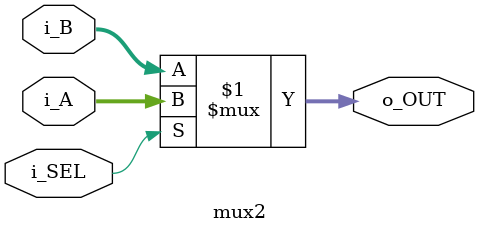
<source format=v>
`timescale 1ns / 1ps

module mux2
	#(
		parameter NB_DATA = 5
	)
    (
    input i_SEL,
    input [NB_DATA-1:0] i_A,
    input [NB_DATA-1:0] i_B,
    output [NB_DATA-1:0] o_OUT
    );

    assign o_OUT = (i_SEL) ? i_A : i_B;

endmodule
</source>
